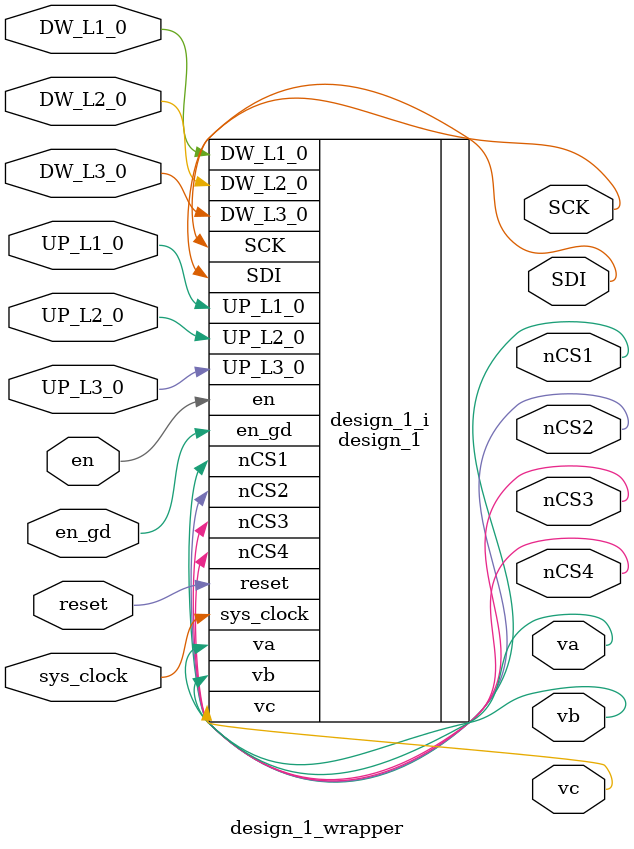
<source format=v>
`timescale 1 ps / 1 ps

module design_1_wrapper
   (DW_L1_0,
    DW_L2_0,
    DW_L3_0,
    SCK,
    SDI,
    UP_L1_0,
    UP_L2_0,
    UP_L3_0,
    en,
    en_gd,
    nCS1,
    nCS2,
    nCS3,
    nCS4,
    reset,
    sys_clock,
    va,
    vb,
    vc);
  input DW_L1_0;
  input DW_L2_0;
  input DW_L3_0;
  output SCK;
  output SDI;
  input UP_L1_0;
  input UP_L2_0;
  input UP_L3_0;
  input en;
  input en_gd;
  output nCS1;
  output nCS2;
  output nCS3;
  output nCS4;
  input reset;
  input sys_clock;
  output va;
  output vb;
  output vc;

  wire DW_L1_0;
  wire DW_L2_0;
  wire DW_L3_0;
  wire SCK;
  wire SDI;
  wire UP_L1_0;
  wire UP_L2_0;
  wire UP_L3_0;
  wire en;
  wire en_gd;
  wire nCS1;
  wire nCS2;
  wire nCS3;
  wire nCS4;
  wire reset;
  wire sys_clock;
  wire va;
  wire vb;
  wire vc;

  design_1 design_1_i
       (.DW_L1_0(DW_L1_0),
        .DW_L2_0(DW_L2_0),
        .DW_L3_0(DW_L3_0),
        .SCK(SCK),
        .SDI(SDI),
        .UP_L1_0(UP_L1_0),
        .UP_L2_0(UP_L2_0),
        .UP_L3_0(UP_L3_0),
        .en(en),
        .en_gd(en_gd),
        .nCS1(nCS1),
        .nCS2(nCS2),
        .nCS3(nCS3),
        .nCS4(nCS4),
        .reset(reset),
        .sys_clock(sys_clock),
        .va(va),
        .vb(vb),
        .vc(vc));
endmodule

</source>
